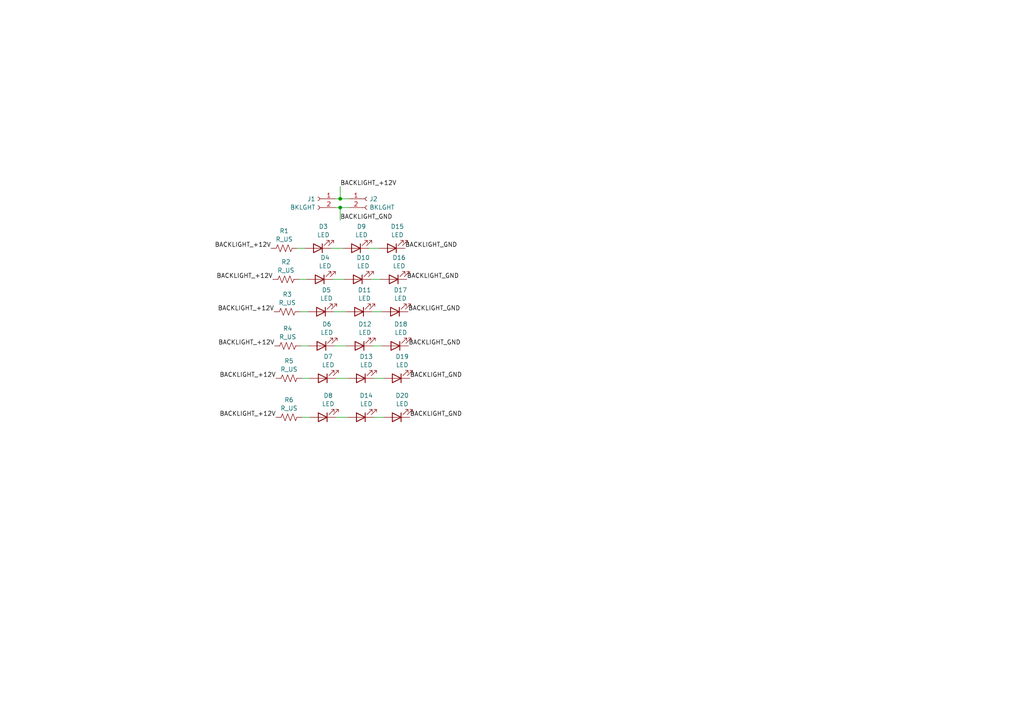
<source format=kicad_sch>
(kicad_sch (version 20230121) (generator eeschema)
  (paper "A4")
  (lib_symbols
    (symbol "Connector:Conn_01x02_Socket" (pin_names (offset 1.016) hide)
      (property "Reference" "J" (at 0 2.54 0))
      (property "Value" "Conn_01x02_Socket" (at 0 -5.08 0))
      (symbol "Conn_01x02_Socket_1_1"
        (arc (start 0 -2.032) (mid -0.5058 -2.54) (end 0 -3.048) (stroke (width 0.1524)))
        (polyline (pts (xy -1.27 -2.54) (xy -0.508 -2.54)) (stroke (width 0.1524)))
        (polyline (pts (xy -1.27 0) (xy -0.508 0)) (stroke (width 0.1524)))
        (arc (start 0 0.508) (mid -0.5058 0) (end 0 -0.508) (stroke (width 0.1524)))
        (pin passive line (at -5.08 0 0) (length 3.81) (name "Pin_1") (number "1"))
        (pin passive line (at -5.08 -2.54 0) (length 3.81) (name "Pin_2") (number "2"))
      )
    )
    (symbol "Device:LED" (pin_numbers hide) (pin_names (offset 1.016) hide)
      (property "Reference" "D" (at 0 2.54 0))
      (property "Value" "LED" (at 0 -2.54 0))
      (symbol "LED_0_1"
        (polyline (pts (xy -1.27 -1.27) (xy -1.27 1.27)) (stroke (width 0.254)))
        (polyline (pts (xy -1.27 0) (xy 1.27 0)))
        (polyline (pts (xy 1.27 -1.27) (xy 1.27 1.27) (xy -1.27 0) (xy 1.27 -1.27)) (stroke (width 0.254)))
        (polyline (pts (xy -3.048 -0.762) (xy -4.572 -2.286) (xy -3.81 -2.286) (xy -4.572 -2.286) (xy -4.572 -1.524)))
        (polyline (pts (xy -1.778 -0.762) (xy -3.302 -2.286) (xy -2.54 -2.286) (xy -3.302 -2.286) (xy -3.302 -1.524)))
      )
      (symbol "LED_1_1"
        (pin passive line (at -3.81 0 0) (length 2.54) (name "K") (number "1"))
        (pin passive line (at 3.81 0 180) (length 2.54) (name "A") (number "2"))
      )
    )
    (symbol "Device:R_US" (pin_numbers hide) (pin_names (offset 0))
      (property "Reference" "R" (at 2.54 0 90))
      (property "Value" "R_US" (at -2.54 0 90))
      (symbol "R_US_0_1"
        (polyline (pts (xy 0 -2.286) (xy 0 -2.54)))
        (polyline (pts (xy 0 2.286) (xy 0 2.54)))
        (polyline (pts (xy 0 -0.762) (xy 1.016 -1.143) (xy 0 -1.524) (xy -1.016 -1.905) (xy 0 -2.286)))
        (polyline (pts (xy 0 0.762) (xy 1.016 0.381) (xy 0 0) (xy -1.016 -0.381) (xy 0 -0.762)))
        (polyline (pts (xy 0 2.286) (xy 1.016 1.905) (xy 0 1.524) (xy -1.016 1.143) (xy 0 0.762)))
      )
      (symbol "R_US_1_1"
        (pin passive line (at 0 3.81 270) (length 1.27) (name "~") (number "1"))
        (pin passive line (at 0 -3.81 90) (length 1.27) (name "~") (number "2"))
      )
    )
  )
  (junction (at 98.679 60.198))
  (junction (at 98.679 57.658))
  (wire (pts (xy 98.679 60.198) (xy 101.346 60.198)))
  (wire (pts (xy 96.52 81.026) (xy 99.949 81.026)))
  (wire (pts (xy 97.409 109.728) (xy 100.838 109.728)))
  (wire (pts (xy 107.061 72.009) (xy 109.855 72.009)))
  (wire (pts (xy 107.95 90.424) (xy 110.744 90.424)))
  (wire (pts (xy 96.012 72.009) (xy 99.441 72.009)))
  (wire (pts (xy 86.233 72.009) (xy 88.392 72.009)))
  (wire (pts (xy 96.901 90.424) (xy 100.33 90.424)))
  (wire (pts (xy 97.409 121.031) (xy 100.838 121.031)))
  (wire (pts (xy 108.458 109.728) (xy 111.252 109.728)))
  (wire (pts (xy 87.249 100.33) (xy 89.408 100.33)))
  (wire (pts (xy 87.122 90.424) (xy 89.281 90.424)))
  (wire (pts (xy 97.028 100.33) (xy 100.457 100.33)))
  (wire (pts (xy 98.679 54.102) (xy 98.679 57.658)))
  (wire (pts (xy 98.679 60.198) (xy 98.679 63.881)))
  (wire (pts (xy 86.741 81.026) (xy 88.9 81.026)))
  (wire (pts (xy 97.282 57.658) (xy 98.679 57.658)))
  (wire (pts (xy 98.679 57.658) (xy 101.346 57.658)))
  (wire (pts (xy 87.63 121.031) (xy 89.789 121.031)))
  (wire (pts (xy 108.458 121.031) (xy 111.252 121.031)))
  (wire (pts (xy 108.077 100.33) (xy 110.871 100.33)))
  (wire (pts (xy 97.282 60.198) (xy 98.679 60.198)))
  (wire (pts (xy 87.63 109.728) (xy 89.789 109.728)))
  (wire (pts (xy 107.569 81.026) (xy 110.363 81.026)))
  (label "BACKLIGHT_+12V" (at 79.121 81.026 180))
  (label "BACKLIGHT_GND" (at 98.679 63.881 0))
  (label "BACKLIGHT_+12V" (at 79.629 100.33 180))
  (label "BACKLIGHT_GND" (at 117.475 72.009 0))
  (label "BACKLIGHT_GND" (at 118.872 121.031 0))
  (label "BACKLIGHT_GND" (at 118.872 109.728 0))
  (label "BACKLIGHT_+12V" (at 79.502 90.424 180))
  (label "BACKLIGHT_+12V" (at 98.679 54.102 0))
  (label "BACKLIGHT_+12V" (at 80.01 121.031 180))
  (label "BACKLIGHT_+12V" (at 78.613 72.009 180))
  (label "BACKLIGHT_GND" (at 117.983 81.026 0))
  (label "BACKLIGHT_GND" (at 118.491 100.33 0))
  (label "BACKLIGHT_GND" (at 118.364 90.424 0))
  (label "BACKLIGHT_+12V" (at 80.01 109.728 180))
  (symbol (lib_id "Device:LED") (at 92.71 81.026 180) (unit 1)
    (property "Reference" "D4" (at 94.2975 74.7227 0))
    (property "Value" "LED" (at 94.2975 77.1469 0))
    (property "Footprint" "LED_THT:LED_D3.0mm_FlatTop" (effects hide))
    (instances (project "UFC" (path "" (reference "D4") (unit 1)) (path "" (reference "D34") (unit 1))))
  )
  (symbol (lib_id "Device:LED") (at 104.648 109.728 180) (unit 1)
    (property "Reference" "D13" (at 106.2355 103.4247 0))
    (property "Value" "LED" (at 106.2355 105.8489 0))
    (property "Footprint" "LED_THT:LED_D3.0mm_FlatTop" (effects hide))
    (instances (project "UFC" (path "" (reference "D13") (unit 1)) (path "" (reference "D43") (unit 1))))
  )
  (symbol (lib_id "Device:LED") (at 113.665 72.009 180) (unit 1)
    (property "Reference" "D15" (at 115.2525 65.7057 0))
    (property "Value" "LED" (at 115.2525 68.1299 0))
    (property "Footprint" "LED_THT:LED_D3.0mm_FlatTop" (effects hide))
    (instances (project "UFC" (path "" (reference "D15") (unit 1)) (path "" (reference "D45") (unit 1))))
  )
  (symbol (lib_id "Device:LED") (at 104.14 90.424 180) (unit 1)
    (property "Reference" "D11" (at 105.7275 84.1207 0))
    (property "Value" "LED" (at 105.7275 86.5449 0))
    (property "Footprint" "LED_THT:LED_D3.0mm_FlatTop" (effects hide))
    (instances (project "UFC" (path "" (reference "D11") (unit 1)) (path "" (reference "D41") (unit 1))))
  )
  (symbol (lib_id "Device:LED") (at 114.681 100.33 180) (unit 1)
    (property "Reference" "D18" (at 116.2685 94.0267 0))
    (property "Value" "LED" (at 116.2685 96.4509 0))
    (property "Footprint" "LED_THT:LED_D3.0mm_FlatTop" (effects hide))
    (instances (project "UFC" (path "" (reference "D18") (unit 1)) (path "" (reference "D48") (unit 1))))
  )
  (symbol (lib_id "Device:LED") (at 93.218 100.33 180) (unit 1)
    (property "Reference" "D6" (at 94.8055 94.0267 0))
    (property "Value" "LED" (at 94.8055 96.4509 0))
    (property "Footprint" "LED_THT:LED_D3.0mm_FlatTop" (effects hide))
    (instances (project "UFC" (path "" (reference "D6") (unit 1)) (path "" (reference "D36") (unit 1))))
  )
  (symbol (lib_id "Device:R_US") (at 83.439 100.33 90) (unit 1)
    (property "Reference" "R4" (at 83.439 95.2967 90))
    (property "Value" "R_US" (at 83.439 97.7209 90))
    (property "Footprint" "Resistor_THT:R_Axial_DIN0207_L6.3mm_D2.5mm_P2.54mm_Vertical" (effects hide))
  )
  (symbol (lib_id "Device:R_US") (at 82.423 72.009 90) (unit 1)
    (property "Reference" "R1" (at 82.423 66.9757 90))
    (property "Value" "R_US" (at 82.423 69.3999 90))
    (property "Footprint" "Resistor_THT:R_Axial_DIN0207_L6.3mm_D2.5mm_P2.54mm_Vertical" (effects hide))
  )
  (symbol (lib_id "Device:LED") (at 93.091 90.424 180) (unit 1)
    (property "Reference" "D5" (at 94.6785 84.1207 0))
    (property "Value" "LED" (at 94.6785 86.5449 0))
    (property "Footprint" "LED_THT:LED_D3.0mm_FlatTop" (effects hide))
    (instances (project "UFC" (path "" (reference "D5") (unit 1)) (path "" (reference "D35") (unit 1))))
  )
  (symbol (lib_id "Device:LED") (at 103.759 81.026 180) (unit 1)
    (property "Reference" "D10" (at 105.3465 74.7227 0))
    (property "Value" "LED" (at 105.3465 77.1469 0))
    (property "Footprint" "LED_THT:LED_D3.0mm_FlatTop" (effects hide))
    (instances (project "UFC" (path "" (reference "D10") (unit 1)) (path "" (reference "D40") (unit 1))))
  )
  (symbol (lib_id "Device:R_US") (at 83.82 121.031 90) (unit 1)
    (property "Reference" "R6" (at 83.82 115.9977 90))
    (property "Value" "R_US" (at 83.82 118.4219 90))
    (property "Footprint" "Resistor_THT:R_Axial_DIN0207_L6.3mm_D2.5mm_P2.54mm_Vertical" (effects hide))
  )
  (symbol (lib_id "Device:LED") (at 115.062 121.031 180) (unit 1)
    (property "Reference" "D20" (at 116.6495 114.7277 0))
    (property "Value" "LED" (at 116.6495 117.1519 0))
    (property "Footprint" "LED_THT:LED_D3.0mm_FlatTop" (effects hide))
    (instances (project "UFC" (path "" (reference "D20") (unit 1)) (path "" (reference "D50") (unit 1))))
  )
  (symbol (lib_id "Device:R_US") (at 82.931 81.026 90) (unit 1)
    (property "Reference" "R2" (at 82.931 75.9927 90))
    (property "Value" "R_US" (at 82.931 78.4169 90))
    (property "Footprint" "Resistor_THT:R_Axial_DIN0207_L6.3mm_D2.5mm_P2.54mm_Vertical" (effects hide))
  )
  (symbol (lib_id "Device:LED") (at 92.202 72.009 180) (unit 1)
    (property "Reference" "D3" (at 93.7895 65.7057 0))
    (property "Value" "LED" (at 93.7895 68.1299 0))
    (property "Footprint" "LED_THT:LED_D3.0mm_FlatTop" (effects hide))
    (instances (project "UFC" (path "" (reference "D3") (unit 1)) (path "" (reference "D33") (unit 1))))
  )
  (symbol (lib_id "Device:LED") (at 115.062 109.728 180) (unit 1)
    (property "Reference" "D19" (at 116.6495 103.4247 0))
    (property "Value" "LED" (at 116.6495 105.8489 0))
    (property "Footprint" "LED_THT:LED_D3.0mm_FlatTop" (effects hide))
    (instances (project "UFC" (path "" (reference "D19") (unit 1)) (path "" (reference "D49") (unit 1))))
  )
  (symbol (lib_id "Device:LED") (at 93.599 121.031 180) (unit 1)
    (property "Reference" "D8" (at 95.1865 114.7277 0))
    (property "Value" "LED" (at 95.1865 117.1519 0))
    (property "Footprint" "LED_THT:LED_D3.0mm_FlatTop" (effects hide))
    (instances (project "UFC" (path "" (reference "D8") (unit 1)) (path "" (reference "D38") (unit 1))))
  )
  (symbol (lib_id "Device:R_US") (at 83.82 109.728 90) (unit 1)
    (property "Reference" "R5" (at 83.82 104.6947 90))
    (property "Value" "R_US" (at 83.82 107.1189 90))
    (property "Footprint" "Resistor_THT:R_Axial_DIN0207_L6.3mm_D2.5mm_P2.54mm_Vertical" (effects hide))
  )
  (symbol (lib_id "Device:LED") (at 114.173 81.026 180) (unit 1)
    (property "Reference" "D16" (at 115.7605 74.7227 0))
    (property "Value" "LED" (at 115.7605 77.1469 0))
    (property "Footprint" "LED_THT:LED_D3.0mm_FlatTop" (effects hide))
    (instances (project "UFC" (path "" (reference "D16") (unit 1)) (path "" (reference "D46") (unit 1))))
  )
  (symbol (lib_id "Device:LED") (at 103.251 72.009 180) (unit 1)
    (property "Reference" "D9" (at 104.8385 65.7057 0))
    (property "Value" "LED" (at 104.8385 68.1299 0))
    (property "Footprint" "LED_THT:LED_D3.0mm_FlatTop" (effects hide))
    (instances (project "UFC" (path "" (reference "D9") (unit 1)) (path "" (reference "D39") (unit 1))))
  )
  (symbol (lib_id "Connector:Conn_01x02_Socket") (at 106.426 57.658 0) (unit 1)
    (property "Reference" "J2" (at 107.1372 57.7159 0) (effects (justify left)))
    (property "Value" "BKLGHT" (at 107.1372 60.1401 0) (effects (justify left)))
    (property "Footprint" "Connector_Molex:Molex_KK-254_AE-6410-02A_1x02_P2.54mm_Vertical" (effects hide))
    (instances (project "UFC" (path "" (reference "J2") (unit 1)) (path "" (reference "J5") (unit 1))) (project "Left Console Overview" (path "" (reference "J39") (unit 1)) (path "" (reference "J43") (unit 1)) (path "" (reference "J48") (unit 1))))
  )
  (symbol (lib_id "Device:LED") (at 114.554 90.424 180) (unit 1)
    (property "Reference" "D17" (at 116.1415 84.1207 0))
    (property "Value" "LED" (at 116.1415 86.5449 0))
    (property "Footprint" "LED_THT:LED_D3.0mm_FlatTop" (effects hide))
    (instances (project "UFC" (path "" (reference "D17") (unit 1)) (path "" (reference "D47") (unit 1))))
  )
  (symbol (lib_id "Device:LED") (at 93.599 109.728 180) (unit 1)
    (property "Reference" "D7" (at 95.1865 103.4247 0))
    (property "Value" "LED" (at 95.1865 105.8489 0))
    (property "Footprint" "LED_THT:LED_D3.0mm_FlatTop" (effects hide))
    (instances (project "UFC" (path "" (reference "D7") (unit 1)) (path "" (reference "D37") (unit 1))))
  )
  (symbol (lib_id "Device:LED") (at 104.648 121.031 180) (unit 1)
    (property "Reference" "D14" (at 106.2355 114.7277 0))
    (property "Value" "LED" (at 106.2355 117.1519 0))
    (property "Footprint" "LED_THT:LED_D3.0mm_FlatTop" (effects hide))
    (instances (project "UFC" (path "" (reference "D14") (unit 1)) (path "" (reference "D44") (unit 1))))
  )
  (symbol (lib_id "Device:R_US") (at 83.312 90.424 90) (unit 1)
    (property "Reference" "R3" (at 83.312 85.3907 90))
    (property "Value" "R_US" (at 83.312 87.8149 90))
    (property "Footprint" "Resistor_THT:R_Axial_DIN0207_L6.3mm_D2.5mm_P2.54mm_Vertical" (effects hide))
  )
  (symbol (lib_id "Device:LED") (at 104.267 100.33 180) (unit 1)
    (property "Reference" "D12" (at 105.8545 94.0267 0))
    (property "Value" "LED" (at 105.8545 96.4509 0))
    (property "Footprint" "LED_THT:LED_D3.0mm_FlatTop" (effects hide))
    (instances (project "UFC" (path "" (reference "D12") (unit 1)) (path "" (reference "D42") (unit 1))))
  )
  (symbol (lib_id "Connector:Conn_01x02_Socket") (at 92.202 57.658 0) (mirror y) (unit 1)
    (property "Reference" "J1" (at 91.4908 57.7159 0) (effects (justify left)))
    (property "Value" "BKLGHT" (at 91.4908 60.1401 0) (effects (justify left)))
    (property "Footprint" "Connector_Molex:Molex_KK-254_AE-6410-02A_1x02_P2.54mm_Vertical" (effects hide))
    (instances (project "UFC" (path "" (reference "J1") (unit 1)) (path "" (reference "J4") (unit 1))) (project "Left Console Overview" (path "" (reference "J38") (unit 1)) (path "" (reference "J42") (unit 1)) (path "" (reference "J47") (unit 1))))
  )
)
</source>
